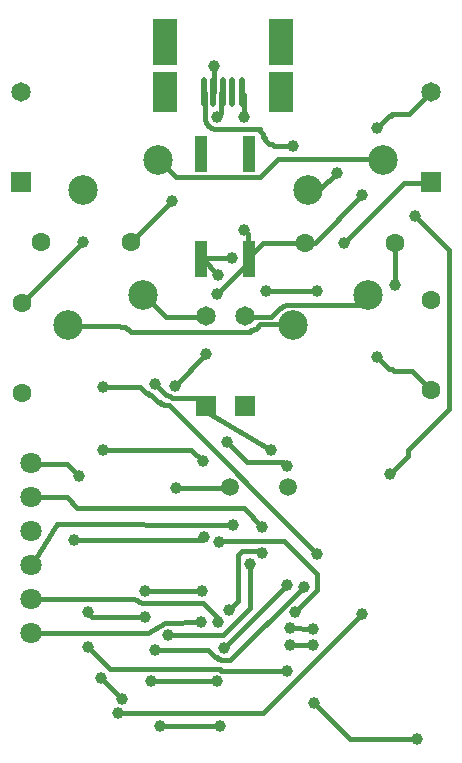
<source format=gbl>
G04 #@! TF.FileFunction,Copper,L2,Bot,Signal*
%FSLAX46Y46*%
G04 Gerber Fmt 4.6, Leading zero omitted, Abs format (unit mm)*
G04 Created by KiCad (PCBNEW 4.0.2-stable) date Tuesday, August 23, 2016 'PMt' 01:57:14 PM*
%MOMM*%
G01*
G04 APERTURE LIST*
%ADD10C,0.020000*%
%ADD11R,2.049780X4.000500*%
%ADD12R,2.049780X3.500120*%
%ADD13O,0.500400X2.500000*%
%ADD14C,1.600000*%
%ADD15R,1.000000X3.100000*%
%ADD16C,1.501140*%
%ADD17C,2.499360*%
%ADD18C,1.651000*%
%ADD19R,1.651000X1.651000*%
%ADD20C,1.800000*%
%ADD21C,1.000000*%
%ADD22C,0.406400*%
G04 APERTURE END LIST*
D10*
D11*
X229181660Y-145381980D03*
X219331540Y-145381980D03*
D12*
X219331540Y-149633940D03*
X229181660Y-149633940D03*
D13*
X224256600Y-149633900D03*
X223456500Y-149633900D03*
X222656400Y-149633900D03*
X225056700Y-149633900D03*
X225856800Y-149633900D03*
D14*
X241909600Y-167233600D03*
X241909600Y-174853600D03*
D15*
X226461300Y-163758800D03*
X222460800Y-154858800D03*
X226458800Y-154858800D03*
X222460800Y-163758800D03*
D16*
X229745540Y-183108600D03*
X224863660Y-183108600D03*
D17*
X217525600Y-166801800D03*
X211175600Y-169341800D03*
X236575600Y-166801800D03*
X230225600Y-169341800D03*
X212445600Y-157911800D03*
X218795600Y-155371800D03*
X231495600Y-157911800D03*
X237845600Y-155371800D03*
D18*
X222808800Y-168605200D03*
D19*
X222808800Y-176225200D03*
D18*
X226187000Y-168605200D03*
D19*
X226187000Y-176225200D03*
D18*
X207162400Y-149682200D03*
D19*
X207162400Y-157302200D03*
D18*
X241858800Y-149682200D03*
D19*
X241858800Y-157302200D03*
D14*
X207238600Y-175133000D03*
X207238600Y-167513000D03*
X208889600Y-162306000D03*
X216509600Y-162306000D03*
X231267000Y-162407600D03*
X238887000Y-162407600D03*
D20*
X208013300Y-195440300D03*
X208013300Y-186829700D03*
X208013300Y-192570100D03*
X207987900Y-183959500D03*
X208013300Y-189699900D03*
X207987900Y-181089300D03*
D21*
X218567000Y-174371000D03*
X228346000Y-179984400D03*
X234569000Y-162433000D03*
X229743000Y-191389000D03*
X224409000Y-196723000D03*
X218541600Y-196900800D03*
X231140000Y-191516000D03*
X236067600Y-158394400D03*
X240538000Y-160147000D03*
X238429800Y-182016400D03*
X223774000Y-166751000D03*
X222885000Y-171831000D03*
X220218000Y-174498000D03*
X212090000Y-182118000D03*
X226060000Y-161290000D03*
X226060000Y-151765000D03*
X217678000Y-191897000D03*
X222504000Y-191897000D03*
X229946200Y-196469000D03*
X231902000Y-196469000D03*
X224028000Y-203327000D03*
X218948000Y-203327000D03*
X230403400Y-193675000D03*
X223977200Y-187706000D03*
X240741200Y-204419200D03*
X232029000Y-201371200D03*
X230251000Y-154178000D03*
X212852000Y-193675000D03*
X217678000Y-194056000D03*
X213995000Y-199263000D03*
X215773000Y-201041000D03*
X218186000Y-199517000D03*
X223774000Y-199517000D03*
X237363000Y-152654000D03*
X233934000Y-156464000D03*
X214096600Y-179959000D03*
X222554800Y-180924200D03*
X224612200Y-179273200D03*
X229692200Y-181305200D03*
X211709000Y-187553600D03*
X222681800Y-187350400D03*
X220345000Y-183134000D03*
X229920800Y-195046600D03*
X231902000Y-195072000D03*
X237363000Y-172085000D03*
X232283000Y-166497000D03*
X227965000Y-166497000D03*
X225044000Y-163703000D03*
X223901000Y-165100000D03*
X226568000Y-189611000D03*
X219633800Y-195630800D03*
X225171000Y-186283600D03*
X232283000Y-188722000D03*
X214122000Y-174625000D03*
X212852000Y-196596000D03*
X229743000Y-198628000D03*
X238887000Y-165989000D03*
X236093000Y-193802000D03*
X215392000Y-202184000D03*
X219964000Y-158877000D03*
X223774000Y-151765000D03*
X212471000Y-162306000D03*
X223520000Y-147447000D03*
X223850200Y-194538600D03*
X224764600Y-193497200D03*
X227558600Y-188645800D03*
X227584000Y-186436000D03*
X222453200Y-194513200D03*
D22*
X222808800Y-176225200D02*
X222631000Y-176149000D01*
X222631000Y-176149000D02*
X221996000Y-175514000D01*
X221996000Y-175514000D02*
X219964000Y-175514000D01*
X219964000Y-175514000D02*
X219837000Y-175387000D01*
X219837000Y-175387000D02*
X219710000Y-175387000D01*
X219710000Y-175387000D02*
X219583000Y-175260000D01*
X219583000Y-175260000D02*
X219456000Y-175260000D01*
X219456000Y-175260000D02*
X218567000Y-174371000D01*
X222808800Y-176225200D02*
X222758000Y-176276000D01*
X222758000Y-176276000D02*
X222758000Y-176657000D01*
X222758000Y-176657000D02*
X228346000Y-179984400D01*
X234569000Y-162433000D02*
X239649000Y-157353000D01*
X239649000Y-157353000D02*
X241808000Y-157353000D01*
X241808000Y-157353000D02*
X241858800Y-157302200D01*
X229743000Y-191389000D02*
X224409000Y-196723000D01*
X223012000Y-196850000D02*
X218541600Y-196900800D01*
X223647000Y-197485000D02*
X223012000Y-196850000D01*
X223774000Y-197485000D02*
X223647000Y-197485000D01*
X223901000Y-197612000D02*
X223774000Y-197485000D01*
X224028000Y-197612000D02*
X223901000Y-197612000D01*
X224155000Y-197739000D02*
X224028000Y-197612000D01*
X224917000Y-197739000D02*
X224155000Y-197739000D01*
X231140000Y-191516000D02*
X224917000Y-197739000D01*
X211175600Y-169341800D02*
X211201000Y-169291000D01*
X211201000Y-169291000D02*
X211328000Y-169418000D01*
X211328000Y-169418000D02*
X215519000Y-169418000D01*
X215519000Y-169418000D02*
X215646000Y-169545000D01*
X215646000Y-169545000D02*
X216027000Y-169545000D01*
X216027000Y-169545000D02*
X216154000Y-169672000D01*
X216154000Y-169672000D02*
X216281000Y-169672000D01*
X216281000Y-169672000D02*
X216535000Y-169926000D01*
X216535000Y-169926000D02*
X226568000Y-169926000D01*
X226568000Y-169926000D02*
X226695000Y-169799000D01*
X226695000Y-169799000D02*
X226822000Y-169799000D01*
X226822000Y-169799000D02*
X226949000Y-169672000D01*
X226949000Y-169672000D02*
X227076000Y-169672000D01*
X227076000Y-169672000D02*
X227457000Y-169291000D01*
X227457000Y-169291000D02*
X230251000Y-169291000D01*
X230251000Y-169291000D02*
X230225600Y-169341800D01*
X218795600Y-155371800D02*
X218821000Y-155321000D01*
X218821000Y-155321000D02*
X220345000Y-156845000D01*
X220345000Y-156845000D02*
X227457000Y-156845000D01*
X227457000Y-156845000D02*
X228981000Y-155321000D01*
X228981000Y-155321000D02*
X237871000Y-155321000D01*
X237871000Y-155321000D02*
X237845600Y-155371800D01*
X236067600Y-158394400D02*
X232054400Y-162407600D01*
X243433600Y-163042600D02*
X240538000Y-160147000D01*
X243433600Y-176479200D02*
X243433600Y-163042600D01*
X239953800Y-179959000D02*
X243433600Y-176479200D01*
X239953800Y-180492400D02*
X239953800Y-179959000D01*
X238429800Y-182016400D02*
X239953800Y-180492400D01*
X232054400Y-162407600D02*
X231267000Y-162407600D01*
X226461300Y-163758800D02*
X226441000Y-163703000D01*
X226441000Y-163703000D02*
X226441000Y-164084000D01*
X226441000Y-164084000D02*
X223774000Y-166751000D01*
X222885000Y-171831000D02*
X220218000Y-174498000D01*
X212090000Y-182118000D02*
X211074000Y-181102000D01*
X211074000Y-181102000D02*
X208026000Y-181102000D01*
X208026000Y-181102000D02*
X207987900Y-181089300D01*
X226461300Y-163758800D02*
X226441000Y-163703000D01*
X226441000Y-163703000D02*
X226441000Y-161671000D01*
X226441000Y-161671000D02*
X226060000Y-161290000D01*
X226060000Y-151765000D02*
X226060000Y-149860000D01*
X226060000Y-149860000D02*
X225806000Y-149606000D01*
X225806000Y-149606000D02*
X225856800Y-149633900D01*
X217678000Y-191897000D02*
X222504000Y-191897000D01*
X226461300Y-163758800D02*
X226441000Y-163703000D01*
X226441000Y-163703000D02*
X227711000Y-162433000D01*
X227711000Y-162433000D02*
X231267000Y-162433000D01*
X231267000Y-162433000D02*
X231267000Y-162407600D01*
X229946200Y-196469000D02*
X231902000Y-196469000D01*
X224028000Y-203327000D02*
X218948000Y-203327000D01*
X232257600Y-191820800D02*
X230403400Y-193675000D01*
X232257600Y-190449200D02*
X232257600Y-191820800D01*
X229463600Y-187655200D02*
X232257600Y-190449200D01*
X224053400Y-187629800D02*
X229463600Y-187655200D01*
X223977200Y-187706000D02*
X224053400Y-187629800D01*
X235077000Y-204419200D02*
X240741200Y-204419200D01*
X232029000Y-201371200D02*
X235077000Y-204419200D01*
X230251000Y-154178000D02*
X228600000Y-154178000D01*
X228600000Y-154178000D02*
X228473000Y-154051000D01*
X228473000Y-154051000D02*
X228219000Y-154051000D01*
X228219000Y-154051000D02*
X227838000Y-153670000D01*
X227838000Y-153670000D02*
X227838000Y-153543000D01*
X227838000Y-153543000D02*
X227711000Y-153416000D01*
X227711000Y-153416000D02*
X227711000Y-153162000D01*
X227711000Y-153162000D02*
X227457000Y-152908000D01*
X227457000Y-152908000D02*
X227457000Y-152781000D01*
X227457000Y-152781000D02*
X223520000Y-152781000D01*
X223520000Y-152781000D02*
X223393000Y-152654000D01*
X223393000Y-152654000D02*
X223266000Y-152654000D01*
X223266000Y-152654000D02*
X223139000Y-152527000D01*
X223139000Y-152527000D02*
X223012000Y-152527000D01*
X223012000Y-152527000D02*
X223012000Y-152400000D01*
X223012000Y-152400000D02*
X222885000Y-152273000D01*
X222885000Y-152273000D02*
X222885000Y-152146000D01*
X222885000Y-152146000D02*
X222758000Y-152019000D01*
X222758000Y-152019000D02*
X222758000Y-149733000D01*
X222758000Y-149733000D02*
X222631000Y-149606000D01*
X222631000Y-149606000D02*
X222656400Y-149633900D01*
X212852000Y-193675000D02*
X213233000Y-194056000D01*
X213233000Y-194056000D02*
X217678000Y-194056000D01*
X213995000Y-199263000D02*
X215773000Y-201041000D01*
X218186000Y-199517000D02*
X223774000Y-199517000D01*
X217525600Y-166801800D02*
X217551000Y-166751000D01*
X217551000Y-166751000D02*
X219456000Y-168656000D01*
X219456000Y-168656000D02*
X222758000Y-168656000D01*
X222758000Y-168656000D02*
X222808800Y-168605200D01*
X236575600Y-166801800D02*
X236601000Y-166751000D01*
X236601000Y-166751000D02*
X235712000Y-167640000D01*
X235712000Y-167640000D02*
X229616000Y-167640000D01*
X229616000Y-167640000D02*
X229489000Y-167767000D01*
X229489000Y-167767000D02*
X229362000Y-167767000D01*
X229362000Y-167767000D02*
X229235000Y-167894000D01*
X229235000Y-167894000D02*
X229108000Y-167894000D01*
X229108000Y-167894000D02*
X228346000Y-168656000D01*
X228346000Y-168656000D02*
X226187000Y-168656000D01*
X226187000Y-168656000D02*
X226187000Y-168605200D01*
X241858800Y-149682200D02*
X240030000Y-151511000D01*
X240030000Y-151511000D02*
X238633000Y-151511000D01*
X238633000Y-151511000D02*
X238506000Y-151638000D01*
X238506000Y-151638000D02*
X238379000Y-151638000D01*
X238379000Y-151638000D02*
X237363000Y-152654000D01*
X233934000Y-156464000D02*
X232537000Y-157861000D01*
X232537000Y-157861000D02*
X231521000Y-157861000D01*
X231521000Y-157861000D02*
X231495600Y-157911800D01*
X221589600Y-179959000D02*
X214096600Y-179959000D01*
X222554800Y-180924200D02*
X221589600Y-179959000D01*
X226339400Y-181000400D02*
X224612200Y-179273200D01*
X229387400Y-181000400D02*
X226339400Y-181000400D01*
X229692200Y-181305200D02*
X229387400Y-181000400D01*
X222478600Y-187553600D02*
X211709000Y-187553600D01*
X222681800Y-187350400D02*
X222478600Y-187553600D01*
X224863660Y-183108600D02*
X224917000Y-183134000D01*
X224917000Y-183134000D02*
X220345000Y-183134000D01*
X229920800Y-195046600D02*
X231902000Y-195072000D01*
X241909600Y-174853600D02*
X240284000Y-173228000D01*
X240284000Y-173228000D02*
X238760000Y-173228000D01*
X238760000Y-173228000D02*
X238633000Y-173101000D01*
X238633000Y-173101000D02*
X238379000Y-173101000D01*
X238379000Y-173101000D02*
X237363000Y-172085000D01*
X232283000Y-166497000D02*
X227965000Y-166497000D01*
X225044000Y-163703000D02*
X222504000Y-163703000D01*
X222504000Y-163703000D02*
X222460800Y-163758800D01*
X222460800Y-163758800D02*
X222504000Y-163703000D01*
X222504000Y-163703000D02*
X223901000Y-165100000D01*
X226568000Y-189611000D02*
X226568000Y-193294000D01*
X226568000Y-193294000D02*
X224282000Y-195580000D01*
X224282000Y-195580000D02*
X219633800Y-195630800D01*
X225171000Y-186283600D02*
X210210400Y-186258200D01*
X210210400Y-186258200D02*
X208026000Y-189738000D01*
X208026000Y-189738000D02*
X208013300Y-189699900D01*
X232283000Y-188722000D02*
X219710000Y-176149000D01*
X219710000Y-176149000D02*
X219329000Y-176149000D01*
X219329000Y-176149000D02*
X219202000Y-176022000D01*
X219202000Y-176022000D02*
X219075000Y-176022000D01*
X219075000Y-176022000D02*
X218948000Y-175895000D01*
X218948000Y-175895000D02*
X218821000Y-175895000D01*
X218821000Y-175895000D02*
X218186000Y-175260000D01*
X218186000Y-175260000D02*
X218059000Y-175260000D01*
X218059000Y-175260000D02*
X217932000Y-175133000D01*
X217932000Y-175133000D02*
X217805000Y-175133000D01*
X217805000Y-175133000D02*
X217297000Y-174625000D01*
X217297000Y-174625000D02*
X214122000Y-174625000D01*
X212852000Y-196596000D02*
X214757000Y-198501000D01*
X214757000Y-198501000D02*
X224028000Y-198501000D01*
X224028000Y-198501000D02*
X224155000Y-198628000D01*
X224155000Y-198628000D02*
X229743000Y-198628000D01*
X238887000Y-162407600D02*
X238887000Y-165989000D01*
X236093000Y-193802000D02*
X227711000Y-202184000D01*
X227711000Y-202184000D02*
X215392000Y-202184000D01*
X216509600Y-162306000D02*
X216535000Y-162306000D01*
X216535000Y-162306000D02*
X219964000Y-158877000D01*
X223774000Y-151765000D02*
X224155000Y-151384000D01*
X224155000Y-151384000D02*
X224155000Y-149733000D01*
X224155000Y-149733000D02*
X224282000Y-149606000D01*
X224282000Y-149606000D02*
X224256600Y-149633900D01*
X207238600Y-167513000D02*
X207264000Y-167513000D01*
X207264000Y-167513000D02*
X212471000Y-162306000D01*
X223520000Y-147447000D02*
X223520000Y-149606000D01*
X223520000Y-149606000D02*
X223456500Y-149633900D01*
X223850200Y-194157600D02*
X222605600Y-192913000D01*
X222605600Y-192913000D02*
X217424000Y-192913000D01*
X217424000Y-192913000D02*
X217297000Y-192786000D01*
X217297000Y-192786000D02*
X217170000Y-192786000D01*
X217170000Y-192786000D02*
X217043000Y-192659000D01*
X217043000Y-192659000D02*
X216916000Y-192659000D01*
X216916000Y-192659000D02*
X216789000Y-192532000D01*
X216789000Y-192532000D02*
X208026000Y-192532000D01*
X223850200Y-194538600D02*
X223850200Y-194157600D01*
X208026000Y-192532000D02*
X208013300Y-192570100D01*
X207987900Y-183959500D02*
X211035900Y-183959500D01*
X225526600Y-192735200D02*
X224764600Y-193497200D01*
X225526600Y-188874400D02*
X225526600Y-192735200D01*
X225882200Y-188518800D02*
X225526600Y-188874400D01*
X227431600Y-188518800D02*
X225882200Y-188518800D01*
X227558600Y-188645800D02*
X227431600Y-188518800D01*
X226034600Y-184886600D02*
X227584000Y-186436000D01*
X211963000Y-184886600D02*
X226034600Y-184886600D01*
X211035900Y-183959500D02*
X211963000Y-184886600D01*
X219405200Y-194614800D02*
X217957400Y-195453000D01*
X208026000Y-195453000D02*
X217957400Y-195453000D01*
X222453200Y-194513200D02*
X219405200Y-194614800D01*
X208026000Y-195453000D02*
X208013300Y-195440300D01*
M02*

</source>
